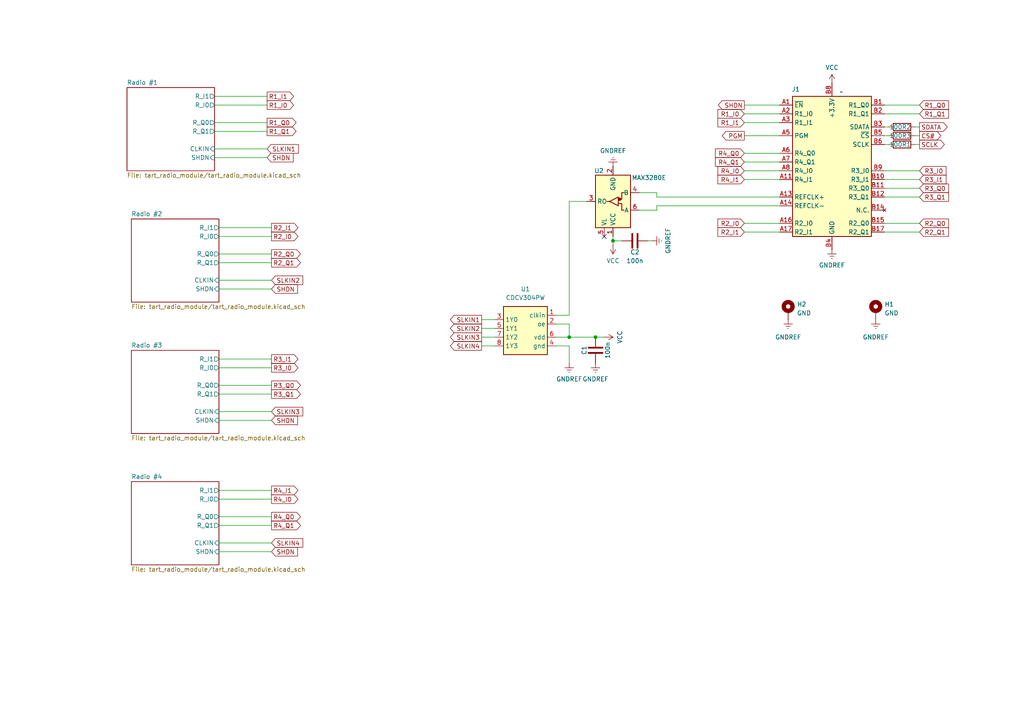
<source format=kicad_sch>
(kicad_sch (version 20231120) (generator "eeschema") (generator_version "8.0")
  (paper "A4")
  (lib_symbols
    (symbol "Device:C" (pin_numbers hide) (pin_names (offset 0.254))
      (property "Reference" "C" (at 0.635 2.54 0))
      (property "Value" "C" (at 0.635 -2.54 0))
      (symbol "C_0_1"
        (polyline (pts (xy -2.032 -0.762) (xy 2.032 -0.762)) (stroke (width 0.508)))
        (polyline (pts (xy -2.032 0.762) (xy 2.032 0.762)) (stroke (width 0.508)))
      )
      (symbol "C_1_1"
        (pin passive line (at 0 3.81 270) (length 2.794) (name "~") (number "1"))
        (pin passive line (at 0 -3.81 90) (length 2.794) (name "~") (number "2"))
      )
    )
    (symbol "Device:R" (pin_numbers hide) (pin_names (offset 0))
      (property "Reference" "R" (at 2.032 0 90))
      (property "Value" "R" (at 0 0 90))
      (symbol "R_0_1"
        (rectangle (start -1.016 -2.54) (end 1.016 2.54) (stroke (width 0.254)))
      )
      (symbol "R_1_1"
        (pin passive line (at 0 3.81 270) (length 1.27) (name "~") (number "1"))
        (pin passive line (at 0 -3.81 90) (length 1.27) (name "~") (number "2"))
      )
    )
    (symbol "Interface_UART:MAX3284E"
      (property "Reference" "U" (at -3.81 8.89 0))
      (property "Value" "MAX3284E" (at 3.81 8.89 0))
      (symbol "MAX3284E_0_1"
        (rectangle (start -5.08 7.62) (end 5.08 -7.62) (stroke (width 0.254)) (fill (type background)))
        (circle (center -1.905 -0.635) (radius 0.3556) (stroke (width 0.254)) (fill (type outline)))
        (rectangle (start -1.524 0.635) (end -1.524 0.635))
        (polyline (pts (xy 1.778 0) (xy 1.016 0)) (stroke (width 0.254)))
        (polyline (pts (xy -1.905 -0.635) (xy -2.54 -0.635) (xy -2.54 -2.54) (xy -3.175 -2.54)) (stroke (width 0.254)))
        (polyline (pts (xy -1.524 0.635) (xy -2.54 0.635) (xy -2.54 2.54) (xy -3.175 2.54)) (stroke (width 0.254)))
        (polyline (pts (xy 1.016 0) (xy -1.524 1.27) (xy -1.524 -1.27) (xy 1.016 0)) (stroke (width 0.254)))
      )
      (symbol "MAX3284E_1_1"
        (pin power_in line (at 0 10.16 270) (length 2.54) (name "VCC") (number "1"))
        (pin power_in line (at 0 -10.16 90) (length 2.54) (name "GND") (number "2"))
        (pin output line (at 7.62 0 180) (length 2.54) (name "RO") (number "3"))
        (pin input line (at -7.62 -2.54 0) (length 2.54) (name "B") (number "4"))
        (pin power_in line (at 2.54 10.16 270) (length 2.54) (name "VL") (number "5"))
        (pin input line (at -7.62 2.54 0) (length 2.54) (name "A") (number "6"))
      )
    )
    (symbol "Mechanical:MountingHole_Pad" (pin_numbers hide) (pin_names (offset 1.016) hide) (exclude_from_sim yes) (in_bom no)
      (property "Reference" "H" (at 0 6.35 0))
      (property "Value" "MountingHole_Pad" (at 0 4.445 0))
      (symbol "MountingHole_Pad_0_1"
        (circle (center 0 1.27) (radius 1.27) (stroke (width 1.27)))
      )
      (symbol "MountingHole_Pad_1_1"
        (pin input line (at 0 -2.54 90) (length 2.54) (name "1") (number "1"))
      )
    )
    (symbol "power:GNDREF" (power) (pin_numbers hide) (pin_names (offset 0) hide)
      (property "Value" "GNDREF" (at 0 -3.81 0))
      (symbol "GNDREF_0_1"
        (polyline (pts (xy -0.635 -1.905) (xy 0.635 -1.905)))
        (polyline (pts (xy -0.127 -2.54) (xy 0.127 -2.54)))
        (polyline (pts (xy 0 -1.27) (xy 0 0)))
        (polyline (pts (xy 1.27 -1.27) (xy -1.27 -1.27)))
      )
      (symbol "GNDREF_1_1"
        (pin power_in line (at 0 0 270) (length 0) (name "~") (number "1"))
      )
    )
    (symbol "power:VCC" (power) (pin_numbers hide) (pin_names (offset 0) hide)
      (property "Value" "VCC" (at 0 3.556 0))
      (symbol "VCC_0_1"
        (polyline (pts (xy -0.762 1.27) (xy 0 2.54)))
        (polyline (pts (xy 0 0) (xy 0 2.54)))
        (polyline (pts (xy 0 2.54) (xy 0.762 1.27)))
      )
      (symbol "VCC_1_1"
        (pin power_in line (at 0 0 90) (length 0) (name "~") (number "1"))
      )
    )
    (symbol "tart_frontend:CDCV304PW"
      (property "Reference" "U" (at -6.604 3.81 0))
      (property "Value" "CDCV304PW" (at -6.604 1.27 0))
      (symbol "CDCV304PW_0_1"
        (rectangle (start -6.35 0) (end 6.35 -13.97) (stroke (width 0.254)) (fill (type background)))
      )
      (symbol "CDCV304PW_1_1"
        (pin input line (at -8.89 -2.54 0) (length 2.54) (name "clkin") (number "1"))
        (pin input line (at -8.89 -5.08 0) (length 2.54) (name "oe") (number "2"))
        (pin output line (at 8.89 -3.81 180) (length 2.54) (name "1Y0") (number "3"))
        (pin power_in line (at -8.89 -11.43 0) (length 2.54) (name "gnd") (number "4"))
        (pin output line (at 8.89 -6.35 180) (length 2.54) (name "1Y1") (number "5"))
        (pin power_in line (at -8.89 -8.89 0) (length 2.54) (name "vdd") (number "6"))
        (pin output line (at 8.89 -8.89 180) (length 2.54) (name "1Y2") (number "7"))
        (pin output line (at 8.89 -11.43 180) (length 2.54) (name "1Y3") (number "8"))
      )
    )
    (symbol "tart_frontend:TART-PCI-e Edge"
      (property "Reference" "J" (at -11.684 24.13 0))
      (symbol "TART-PCI-e Edge_0_1"
        (rectangle (start -11.43 22.86) (end 11.43 -17.78) (stroke (width 0.254)) (fill (type background)))
      )
      (symbol "TART-PCI-e Edge_1_1"
        (pin output line (at -15.24 20.32 0) (length 3.81) (name "~{EN}") (number "A1"))
        (pin passive line (at 0 26.67 270) (length 3.81) hide (name "+3.3V") (number "A10"))
        (pin input line (at -15.24 -1.27 0) (length 3.81) (name "R4_I1") (number "A11"))
        (pin passive line (at 0 -21.59 90) (length 3.81) hide (name "GND") (number "A12"))
        (pin output line (at -15.24 -6.35 0) (length 3.81) (name "REFCLK+") (number "A13"))
        (pin output line (at -15.24 -8.89 0) (length 3.81) (name "REFCLK-") (number "A14"))
        (pin passive line (at 0 -21.59 90) (length 3.81) hide (name "GND") (number "A15"))
        (pin input line (at -15.24 -13.97 0) (length 3.81) (name "R2_I0") (number "A16"))
        (pin input line (at -15.24 -16.51 0) (length 3.81) (name "R2_I1") (number "A17"))
        (pin passive line (at 0 -21.59 90) (length 3.81) hide (name "GND") (number "A18"))
        (pin input line (at -15.24 17.78 0) (length 3.81) (name "R1_I0") (number "A2"))
        (pin input line (at -15.24 15.24 0) (length 3.81) (name "R1_I1") (number "A3"))
        (pin passive line (at 0 -21.59 90) (length 3.81) hide (name "GND") (number "A4"))
        (pin output line (at -15.24 11.43 0) (length 3.81) (name "PGM") (number "A5"))
        (pin input line (at -15.24 6.35 0) (length 3.81) (name "R4_Q0") (number "A6"))
        (pin input line (at -15.24 3.81 0) (length 3.81) (name "R4_Q1") (number "A7"))
        (pin input line (at -15.24 1.27 0) (length 3.81) (name "R4_I0") (number "A8"))
        (pin passive line (at 0 26.67 270) (length 3.81) hide (name "+3.3V") (number "A9"))
        (pin input line (at 15.24 20.32 180) (length 3.81) (name "R1_Q0") (number "B1"))
        (pin input line (at 15.24 -1.27 180) (length 3.81) (name "R3_I1") (number "B10"))
        (pin input line (at 15.24 -3.81 180) (length 3.81) (name "R3_Q0") (number "B11"))
        (pin input line (at 15.24 -6.35 180) (length 3.81) (name "R3_Q1") (number "B12"))
        (pin passive line (at 0 -21.59 90) (length 3.81) hide (name "GND") (number "B13"))
        (pin no_connect line (at 15.24 -10.16 180) (length 3.81) (name "N.C.") (number "B14"))
        (pin input line (at 15.24 -13.97 180) (length 3.81) (name "R2_Q0") (number "B15"))
        (pin passive line (at 0 -21.59 90) (length 3.81) hide (name "GND") (number "B16"))
        (pin input line (at 15.24 -16.51 180) (length 3.81) (name "R2_Q1") (number "B17"))
        (pin passive line (at 0 -21.59 90) (length 3.81) hide (name "GND") (number "B18"))
        (pin input line (at 15.24 17.78 180) (length 3.81) (name "R1_Q1") (number "B2"))
        (pin output line (at 15.24 13.97 180) (length 3.81) (name "SDATA") (number "B3"))
        (pin power_out line (at 0 -21.59 90) (length 3.81) (name "GND") (number "B4"))
        (pin output line (at 15.24 11.43 180) (length 3.81) (name "~{CS}") (number "B5"))
        (pin output line (at 15.24 8.89 180) (length 3.81) (name "SCLK") (number "B6"))
        (pin passive line (at 0 -21.59 90) (length 3.81) hide (name "GND") (number "B7"))
        (pin power_out line (at 0 26.67 270) (length 3.81) (name "+3.3V") (number "B8"))
        (pin input line (at 15.24 1.27 180) (length 3.81) (name "R3_I0") (number "B9"))
      )
    )
  )
  (junction (at 165.1 97.79))
  (junction (at 172.72 97.79))
  (junction (at 177.8 69.85))
  (no_connect (at 175.26 68.58))
  (wire (pts (xy 256.54 52.07) (xy 266.7 52.07)))
  (wire (pts (xy 63.5 68.58) (xy 78.74 68.58)))
  (wire (pts (xy 161.29 93.98) (xy 165.1 93.98)))
  (wire (pts (xy 256.54 54.61) (xy 266.7 54.61)))
  (wire (pts (xy 215.9 35.56) (xy 226.06 35.56)))
  (wire (pts (xy 62.23 35.56) (xy 77.47 35.56)))
  (wire (pts (xy 62.23 43.18) (xy 77.47 43.18)))
  (wire (pts (xy 215.9 30.48) (xy 226.06 30.48)))
  (wire (pts (xy 165.1 58.42) (xy 170.18 58.42)))
  (wire (pts (xy 63.5 66.04) (xy 78.74 66.04)))
  (wire (pts (xy 63.5 73.66) (xy 78.74 73.66)))
  (wire (pts (xy 165.1 93.98) (xy 165.1 97.79)))
  (wire (pts (xy 256.54 36.83) (xy 257.81 36.83)))
  (wire (pts (xy 139.7 97.79) (xy 143.51 97.79)))
  (wire (pts (xy 256.54 39.37) (xy 257.81 39.37)))
  (wire (pts (xy 139.7 100.33) (xy 143.51 100.33)))
  (wire (pts (xy 256.54 30.48) (xy 266.7 30.48)))
  (wire (pts (xy 256.54 64.77) (xy 266.7 64.77)))
  (wire (pts (xy 177.8 69.85) (xy 177.8 71.12)))
  (wire (pts (xy 165.1 91.44) (xy 165.1 58.42)))
  (wire (pts (xy 187.96 69.85) (xy 189.23 69.85)))
  (wire (pts (xy 63.5 144.78) (xy 78.74 144.78)))
  (wire (pts (xy 215.9 39.37) (xy 226.06 39.37)))
  (wire (pts (xy 215.9 33.02) (xy 226.06 33.02)))
  (wire (pts (xy 215.9 44.45) (xy 226.06 44.45)))
  (wire (pts (xy 62.23 27.94) (xy 77.47 27.94)))
  (wire (pts (xy 63.5 76.2) (xy 78.74 76.2)))
  (wire (pts (xy 190.5 60.96) (xy 190.5 59.69)))
  (wire (pts (xy 215.9 46.99) (xy 226.06 46.99)))
  (wire (pts (xy 63.5 104.14) (xy 78.74 104.14)))
  (wire (pts (xy 185.42 55.88) (xy 190.5 55.88)))
  (wire (pts (xy 62.23 38.1) (xy 77.47 38.1)))
  (wire (pts (xy 256.54 33.02) (xy 266.7 33.02)))
  (wire (pts (xy 63.5 121.92) (xy 78.74 121.92)))
  (wire (pts (xy 161.29 91.44) (xy 165.1 91.44)))
  (wire (pts (xy 265.43 41.91) (xy 266.7 41.91)))
  (wire (pts (xy 165.1 100.33) (xy 165.1 105.41)))
  (wire (pts (xy 215.9 52.07) (xy 226.06 52.07)))
  (wire (pts (xy 265.43 39.37) (xy 266.7 39.37)))
  (wire (pts (xy 63.5 83.82) (xy 78.74 83.82)))
  (wire (pts (xy 256.54 41.91) (xy 257.81 41.91)))
  (wire (pts (xy 215.9 67.31) (xy 226.06 67.31)))
  (wire (pts (xy 63.5 81.28) (xy 78.74 81.28)))
  (wire (pts (xy 161.29 97.79) (xy 165.1 97.79)))
  (wire (pts (xy 62.23 30.48) (xy 77.47 30.48)))
  (wire (pts (xy 177.8 69.85) (xy 180.34 69.85)))
  (wire (pts (xy 165.1 97.79) (xy 172.72 97.79)))
  (wire (pts (xy 256.54 67.31) (xy 266.7 67.31)))
  (wire (pts (xy 256.54 49.53) (xy 266.7 49.53)))
  (wire (pts (xy 185.42 60.96) (xy 190.5 60.96)))
  (wire (pts (xy 63.5 142.24) (xy 78.74 142.24)))
  (wire (pts (xy 139.7 95.25) (xy 143.51 95.25)))
  (wire (pts (xy 177.8 68.58) (xy 177.8 69.85)))
  (wire (pts (xy 139.7 92.71) (xy 143.51 92.71)))
  (wire (pts (xy 256.54 57.15) (xy 266.7 57.15)))
  (wire (pts (xy 63.5 114.3) (xy 78.74 114.3)))
  (wire (pts (xy 62.23 45.72) (xy 77.47 45.72)))
  (wire (pts (xy 215.9 64.77) (xy 226.06 64.77)))
  (wire (pts (xy 63.5 111.76) (xy 78.74 111.76)))
  (wire (pts (xy 190.5 59.69) (xy 226.06 59.69)))
  (wire (pts (xy 265.43 36.83) (xy 266.7 36.83)))
  (wire (pts (xy 175.26 97.79) (xy 172.72 97.79)))
  (wire (pts (xy 63.5 160.02) (xy 78.74 160.02)))
  (wire (pts (xy 63.5 106.68) (xy 78.74 106.68)))
  (wire (pts (xy 215.9 49.53) (xy 226.06 49.53)))
  (wire (pts (xy 190.5 55.88) (xy 190.5 57.15)))
  (wire (pts (xy 63.5 157.48) (xy 78.74 157.48)))
  (wire (pts (xy 63.5 152.4) (xy 78.74 152.4)))
  (wire (pts (xy 190.5 57.15) (xy 226.06 57.15)))
  (wire (pts (xy 161.29 100.33) (xy 165.1 100.33)))
  (wire (pts (xy 63.5 119.38) (xy 78.74 119.38)))
  (wire (pts (xy 63.5 149.86) (xy 78.74 149.86)))
  (global_label "R2_Q1" (shape input) (at 266.7 67.31 0) (property "Intersheetrefs" "${INTERSHEET_REFS}" (effects (hide yes))))
  (global_label "R4_I1" (shape input) (at 215.9 52.07 180) (property "Intersheetrefs" "${INTERSHEET_REFS}" (effects (hide yes))))
  (global_label "R3_I0" (shape output) (at 78.74 106.68 0) (property "Intersheetrefs" "${INTERSHEET_REFS}" (effects (hide yes))))
  (global_label "R4_I0" (shape output) (at 78.74 144.78 0) (property "Intersheetrefs" "${INTERSHEET_REFS}" (effects (hide yes))))
  (global_label "SCLK" (shape output) (at 266.7 41.91 0) (property "Intersheetrefs" "${INTERSHEET_REFS}" (effects (hide yes))))
  (global_label "R3_Q0" (shape output) (at 78.74 111.76 0) (property "Intersheetrefs" "${INTERSHEET_REFS}" (effects (hide yes))))
  (global_label "SDATA" (shape output) (at 266.7 36.83 0) (property "Intersheetrefs" "${INTERSHEET_REFS}" (effects (hide yes))))
  (global_label "R1_I1" (shape output) (at 77.47 27.94 0) (property "Intersheetrefs" "${INTERSHEET_REFS}" (effects (hide yes))))
  (global_label "PGM" (shape output) (at 215.9 39.37 180) (property "Intersheetrefs" "${INTERSHEET_REFS}" (effects (hide yes))))
  (global_label "R3_Q1" (shape input) (at 266.7 57.15 0) (property "Intersheetrefs" "${INTERSHEET_REFS}" (effects (hide yes))))
  (global_label "R1_Q0" (shape output) (at 77.47 35.56 0) (property "Intersheetrefs" "${INTERSHEET_REFS}" (effects (hide yes))))
  (global_label "R1_I1" (shape input) (at 215.9 35.56 180) (property "Intersheetrefs" "${INTERSHEET_REFS}" (effects (hide yes))))
  (global_label "R2_Q0" (shape output) (at 78.74 73.66 0) (property "Intersheetrefs" "${INTERSHEET_REFS}" (effects (hide yes))))
  (global_label "R2_I1" (shape output) (at 78.74 66.04 0) (property "Intersheetrefs" "${INTERSHEET_REFS}" (effects (hide yes))))
  (global_label "R4_I0" (shape input) (at 215.9 49.53 180) (property "Intersheetrefs" "${INTERSHEET_REFS}" (effects (hide yes))))
  (global_label "R2_I1" (shape input) (at 215.9 67.31 180) (property "Intersheetrefs" "${INTERSHEET_REFS}" (effects (hide yes))))
  (global_label "R2_I0" (shape output) (at 78.74 68.58 0) (property "Intersheetrefs" "${INTERSHEET_REFS}" (effects (hide yes))))
  (global_label "SLKIN3" (shape output) (at 139.7 97.79 180) (property "Intersheetrefs" "${INTERSHEET_REFS}" (effects (hide yes))))
  (global_label "SLKIN1" (shape output) (at 139.7 92.71 180) (property "Intersheetrefs" "${INTERSHEET_REFS}" (effects (hide yes))))
  (global_label "SHDN" (shape input) (at 78.74 160.02 0) (property "Intersheetrefs" "${INTERSHEET_REFS}" (effects (hide yes))))
  (global_label "R3_Q0" (shape input) (at 266.7 54.61 0) (property "Intersheetrefs" "${INTERSHEET_REFS}" (effects (hide yes))))
  (global_label "CS#" (shape output) (at 266.7 39.37 0) (property "Intersheetrefs" "${INTERSHEET_REFS}" (effects (hide yes))))
  (global_label "SLKIN2" (shape output) (at 139.7 95.25 180) (property "Intersheetrefs" "${INTERSHEET_REFS}" (effects (hide yes))))
  (global_label "SLKIN3" (shape input) (at 78.74 119.38 0) (property "Intersheetrefs" "${INTERSHEET_REFS}" (effects (hide yes))))
  (global_label "R4_I1" (shape output) (at 78.74 142.24 0) (property "Intersheetrefs" "${INTERSHEET_REFS}" (effects (hide yes))))
  (global_label "R3_I1" (shape output) (at 78.74 104.14 0) (property "Intersheetrefs" "${INTERSHEET_REFS}" (effects (hide yes))))
  (global_label "SHDN" (shape output) (at 215.9 30.48 180) (property "Intersheetrefs" "${INTERSHEET_REFS}" (effects (hide yes))))
  (global_label "R4_Q1" (shape output) (at 78.74 152.4 0) (property "Intersheetrefs" "${INTERSHEET_REFS}" (effects (hide yes))))
  (global_label "R1_Q1" (shape output) (at 77.47 38.1 0) (property "Intersheetrefs" "${INTERSHEET_REFS}" (effects (hide yes))))
  (global_label "R3_I0" (shape input) (at 266.7 49.53 0) (property "Intersheetrefs" "${INTERSHEET_REFS}" (effects (hide yes))))
  (global_label "R3_I1" (shape input) (at 266.7 52.07 0) (property "Intersheetrefs" "${INTERSHEET_REFS}" (effects (hide yes))))
  (global_label "R2_Q1" (shape output) (at 78.74 76.2 0) (property "Intersheetrefs" "${INTERSHEET_REFS}" (effects (hide yes))))
  (global_label "R4_Q1" (shape input) (at 215.9 46.99 180) (property "Intersheetrefs" "${INTERSHEET_REFS}" (effects (hide yes))))
  (global_label "R2_Q0" (shape input) (at 266.7 64.77 0) (property "Intersheetrefs" "${INTERSHEET_REFS}" (effects (hide yes))))
  (global_label "R1_I0" (shape input) (at 215.9 33.02 180) (property "Intersheetrefs" "${INTERSHEET_REFS}" (effects (hide yes))))
  (global_label "SLKIN4" (shape input) (at 78.74 157.48 0) (property "Intersheetrefs" "${INTERSHEET_REFS}" (effects (hide yes))))
  (global_label "R2_I0" (shape input) (at 215.9 64.77 180) (property "Intersheetrefs" "${INTERSHEET_REFS}" (effects (hide yes))))
  (global_label "R1_Q0" (shape input) (at 266.7 30.48 0) (property "Intersheetrefs" "${INTERSHEET_REFS}" (effects (hide yes))))
  (global_label "SLKIN4" (shape output) (at 139.7 100.33 180) (property "Intersheetrefs" "${INTERSHEET_REFS}" (effects (hide yes))))
  (global_label "SHDN" (shape input) (at 78.74 121.92 0) (property "Intersheetrefs" "${INTERSHEET_REFS}" (effects (hide yes))))
  (global_label "SLKIN1" (shape input) (at 77.47 43.18 0) (property "Intersheetrefs" "${INTERSHEET_REFS}" (effects (hide yes))))
  (global_label "SLKIN2" (shape input) (at 78.74 81.28 0) (property "Intersheetrefs" "${INTERSHEET_REFS}" (effects (hide yes))))
  (global_label "SHDN" (shape input) (at 78.74 83.82 0) (property "Intersheetrefs" "${INTERSHEET_REFS}" (effects (hide yes))))
  (global_label "R1_Q1" (shape input) (at 266.7 33.02 0) (property "Intersheetrefs" "${INTERSHEET_REFS}" (effects (hide yes))))
  (global_label "SHDN" (shape input) (at 77.47 45.72 0) (property "Intersheetrefs" "${INTERSHEET_REFS}" (effects (hide yes))))
  (global_label "R4_Q0" (shape input) (at 215.9 44.45 180) (property "Intersheetrefs" "${INTERSHEET_REFS}" (effects (hide yes))))
  (global_label "R1_I0" (shape output) (at 77.47 30.48 0) (property "Intersheetrefs" "${INTERSHEET_REFS}" (effects (hide yes))))
  (global_label "R4_Q0" (shape output) (at 78.74 149.86 0) (property "Intersheetrefs" "${INTERSHEET_REFS}" (effects (hide yes))))
  (global_label "R3_Q1" (shape output) (at 78.74 114.3 0) (property "Intersheetrefs" "${INTERSHEET_REFS}" (effects (hide yes))))
  (symbol (lib_id "power:GNDREF") (at 177.8 48.26 180) (unit 1)
    (property "Reference" "#PWR05" (effects (hide yes)))
    (property "Value" "GNDREF" (at 177.8 44.45 0) (effects (justify top)))
    (property "Description" "Power symbol creates a global label with name \"GNDREF\" , reference supply ground" (effects (hide yes)))
  )
  (symbol (lib_id "power:GNDREF") (at 254 92.71 0) (unit 1)
    (property "Reference" "#PWR03" (effects (hide yes)))
    (property "Value" "GNDREF" (at 254 97.79 0))
    (property "Description" "Power symbol creates a global label with name \"GNDREF\" , reference supply ground" (effects (hide yes)))
  )
  (symbol (lib_id "power:VCC") (at 241.3 24.13 0) (unit 1)
    (property "Reference" "#PWR04" (effects (hide yes)))
    (property "Value" "VCC" (at 241.3 20.32 0) (effects (justify bottom)))
    (property "Description" "Power symbol creates a global label with name \"VCC\"" (effects (hide yes)))
  )
  (symbol (lib_id "Device:R") (at 261.62 41.91 90) (unit 1)
    (property "Reference" "R1" (at 262.89 41.91 90))
    (property "Value" "100" (at 259.842 41.91 90))
    (property "Footprint" "Resistor_SMD:R_0402_1005Metric" (effects (hide yes)))
    (property "Description" "Resistor" (effects (hide yes)))
  )
  (symbol (lib_id "Device:C") (at 172.72 101.6 180) (unit 1)
    (property "Reference" "C1" (at 170.18 101.6 90) (effects (justify top)))
    (property "Value" "100n" (at 175.514 101.6 90) (effects (justify bottom)))
    (property "Footprint" "Capacitor_SMD:C_0402_1005Metric" (effects (hide yes)))
    (property "Description" "Unpolarized capacitor" (effects (hide yes)))
  )
  (symbol (lib_id "power:GNDREF") (at 241.3 72.39 0) (unit 1)
    (property "Reference" "#PWR01" (effects (hide yes)))
    (property "Value" "GNDREF" (at 241.3 76.2 0) (effects (justify top)))
    (property "Description" "Power symbol creates a global label with name \"GNDREF\" , reference supply ground" (effects (hide yes)))
  )
  (symbol (lib_id "Mechanical:MountingHole_Pad") (at 254 90.17 0) (unit 1)
    (property "Reference" "H1" (at 256.54 88.265 0) (effects (justify left)))
    (property "Value" "GND" (at 256.54 90.805 0) (effects (justify left)))
    (property "Footprint" "MountingHole:MountingHole_3.2mm_M3_ISO7380_Pad" (effects (hide yes)))
    (property "Description" "Mounting Hole with connection" (effects (hide yes)))
  )
  (symbol (lib_id "Device:C") (at 184.15 69.85 90) (unit 1)
    (property "Reference" "C2" (at 184.15 72.39 90) (effects (justify bottom)))
    (property "Value" "100n" (at 184.15 74.93 90) (effects (justify bottom)))
    (property "Footprint" "Capacitor_SMD:C_0402_1005Metric" (effects (hide yes)))
    (property "Description" "Unpolarized capacitor" (effects (hide yes)))
  )
  (symbol (lib_id "power:GNDREF") (at 172.72 105.41 0) (unit 1)
    (property "Reference" "#PWR010" (effects (hide yes)))
    (property "Value" "GNDREF" (at 172.72 109.22 0) (effects (justify top)))
    (property "Description" "Power symbol creates a global label with name \"GNDREF\" , reference supply ground" (effects (hide yes)))
  )
  (symbol (lib_id "power:GNDREF") (at 189.23 69.85 90) (unit 1)
    (property "Reference" "#PWR07" (effects (hide yes)))
    (property "Value" "GNDREF" (at 193.04 69.85 0) (effects (justify top)))
    (property "Description" "Power symbol creates a global label with name \"GNDREF\" , reference supply ground" (effects (hide yes)))
  )
  (symbol (lib_id "Mechanical:MountingHole_Pad") (at 228.6 90.17 0) (unit 1)
    (property "Reference" "H2" (at 231.14 88.265 0) (effects (justify left)))
    (property "Value" "GND" (at 231.14 90.805 0) (effects (justify left)))
    (property "Footprint" "MountingHole:MountingHole_3.2mm_M3_ISO7380_Pad" (effects (hide yes)))
    (property "Description" "Mounting Hole with connection" (effects (hide yes)))
  )
  (symbol (lib_id "Device:R") (at 261.62 36.83 90) (unit 1)
    (property "Reference" "R2" (at 262.89 36.83 90))
    (property "Value" "100" (at 259.842 36.83 90))
    (property "Footprint" "Resistor_SMD:R_0402_1005Metric" (effects (hide yes)))
    (property "Description" "Resistor" (effects (hide yes)))
  )
  (symbol (lib_id "power:VCC") (at 177.8 71.12 180) (unit 1)
    (property "Reference" "#PWR06" (effects (hide yes)))
    (property "Value" "VCC" (at 177.8 74.93 0) (effects (justify bottom)))
    (property "Description" "Power symbol creates a global label with name \"VCC\"" (effects (hide yes)))
  )
  (symbol (lib_id "tart_frontend:TART-PCI-e Edge") (at 241.3 50.8 0) (unit 1)
    (property "Reference" "J1" (at 229.616 25.908 0) (effects (justify left)))
    (property "Value" "~" (at 243.4941 26.67 0) (effects (justify left)))
    (property "Footprint" "Connector_PCBEdge:BUS_PCIexpress_x1" (effects (hide yes)))
  )
  (symbol (lib_id "Device:R") (at 261.62 39.37 90) (unit 1)
    (property "Reference" "R3" (at 262.89 39.37 90))
    (property "Value" "100" (at 259.842 39.37 90))
    (property "Footprint" "Resistor_SMD:R_0402_1005Metric" (effects (hide yes)))
    (property "Description" "Resistor" (effects (hide yes)))
  )
  (symbol (lib_id "power:GNDREF") (at 228.6 92.71 0) (unit 1)
    (property "Reference" "#PWR02" (effects (hide yes)))
    (property "Value" "GNDREF" (at 228.6 97.79 0))
    (property "Description" "Power symbol creates a global label with name \"GNDREF\" , reference supply ground" (effects (hide yes)))
  )
  (symbol (lib_id "tart_frontend:CDCV304PW") (at 152.4 88.9 0) (mirror y) (unit 1)
    (property "Reference" "U1" (at 152.4 83.82 0))
    (property "Value" "CDCV304PW" (at 152.4 86.36 0))
    (property "Footprint" "Package_SO:TSSOP-8_4.4x3mm_P0.65mm" (effects (hide yes)))
  )
  (symbol (lib_id "Interface_UART:MAX3284E") (at 177.8 58.42 180) (unit 1)
    (property "Reference" "U2" (at 173.736 49.53 0))
    (property "Value" "MAX3280E" (at 188.214 51.562 0))
    (property "Footprint" "Package_TO_SOT_SMD:SOT-23-6" (effects (hide yes)))
    (property "Datasheet" "https://datasheets.maximintegrated.com/en/ds/MAX3280E-MAX3284E.pdf" (effects (hide yes)))
    (property "Description" "±15kV ESD-Protected 52Mbps, 3V to 5.5V RS-485/RS-422 True Fail-Safe Receivers, SOT23" (effects (hide yes)))
  )
  (symbol (lib_id "power:VCC") (at 175.26 97.79 270) (unit 1)
    (property "Reference" "#PWR09" (effects (hide yes)))
    (property "Value" "VCC" (at 179.07 97.79 0) (effects (justify bottom)))
    (property "Description" "Power symbol creates a global label with name \"VCC\"" (effects (hide yes)))
  )
  (symbol (lib_id "power:GNDREF") (at 165.1 105.41 0) (unit 1)
    (property "Reference" "#PWR08" (effects (hide yes)))
    (property "Value" "GNDREF" (at 165.1 109.22 0) (effects (justify top)))
    (property "Description" "Power symbol creates a global label with name \"GNDREF\" , reference supply ground" (effects (hide yes)))
  )
  (sheet (at 36.83 25.4) (size 25.4 24.13) (stroke (width 0.1524))
    (property "Sheetname" "Radio #1" (at 36.83 24.6884 0) (effects (justify left bottom)))
    (property "Sheetfile" "tart_radio_module/tart_radio_module.kicad_sch" (at 36.83 50.1146 0) (effects (justify left top)))
    (pin "CLKIN" input (at 62.23 43.18 0))
    (pin "SHDN" input (at 62.23 45.72 0))
    (pin "R_Q0" output (at 62.23 35.56 0))
    (pin "R_I0" output (at 62.23 30.48 0))
    (pin "R_Q1" output (at 62.23 38.1 0))
    (pin "R_I1" output (at 62.23 27.94 0))
  )
  (sheet (at 38.1 139.7) (size 25.4 24.13) (stroke (width 0.1524))
    (property "Sheetname" "Radio #4" (at 38.1 138.9884 0) (effects (justify left bottom)))
    (property "Sheetfile" "tart_radio_module/tart_radio_module.kicad_sch" (at 38.1 164.4146 0) (effects (justify left top)))
    (pin "CLKIN" input (at 63.5 157.48 0))
    (pin "SHDN" input (at 63.5 160.02 0))
    (pin "R_Q0" output (at 63.5 149.86 0))
    (pin "R_I0" output (at 63.5 144.78 0))
    (pin "R_Q1" output (at 63.5 152.4 0))
    (pin "R_I1" output (at 63.5 142.24 0))
  )
  (sheet (at 38.1 63.5) (size 25.4 24.13) (stroke (width 0.1524))
    (property "Sheetname" "Radio #2" (at 38.1 62.7884 0) (effects (justify left bottom)))
    (property "Sheetfile" "tart_radio_module/tart_radio_module.kicad_sch" (at 38.1 88.2146 0) (effects (justify left top)))
    (pin "CLKIN" input (at 63.5 81.28 0))
    (pin "SHDN" input (at 63.5 83.82 0))
    (pin "R_Q0" output (at 63.5 73.66 0))
    (pin "R_I0" output (at 63.5 68.58 0))
    (pin "R_Q1" output (at 63.5 76.2 0))
    (pin "R_I1" output (at 63.5 66.04 0))
  )
  (sheet (at 38.1 101.6) (size 25.4 24.13) (stroke (width 0.1524))
    (property "Sheetname" "Radio #3" (at 38.1 100.8884 0) (effects (justify left bottom)))
    (property "Sheetfile" "tart_radio_module/tart_radio_module.kicad_sch" (at 38.1 126.3146 0) (effects (justify left top)))
    (pin "CLKIN" input (at 63.5 119.38 0))
    (pin "SHDN" input (at 63.5 121.92 0))
    (pin "R_Q0" output (at 63.5 111.76 0))
    (pin "R_I0" output (at 63.5 106.68 0))
    (pin "R_Q1" output (at 63.5 114.3 0))
    (pin "R_I1" output (at 63.5 104.14 0))
  )
)
</source>
